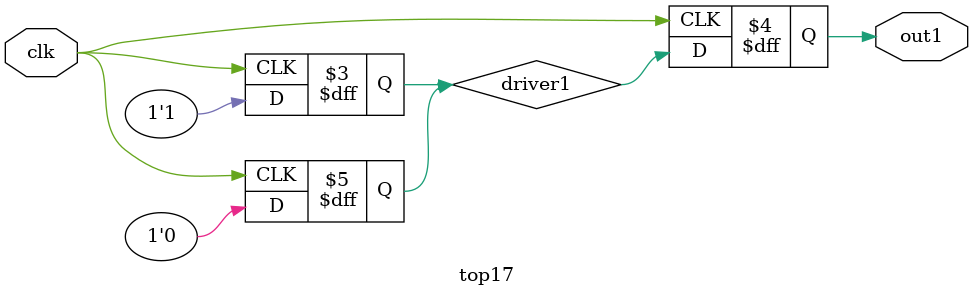
<source format=v>
`timescale 1ns / 1ps


module top17 (
    input wire clk,
    output reg out1
);

    reg driver1;

    always @(posedge clk)
    begin
        driver1 <= 1'b0;
        out1 <= driver1; // Output gets a value before the end of the module
    end

    always @(posedge clk)
    begin
        driver1 <= 1'b1;
    end

endmodule


</source>
